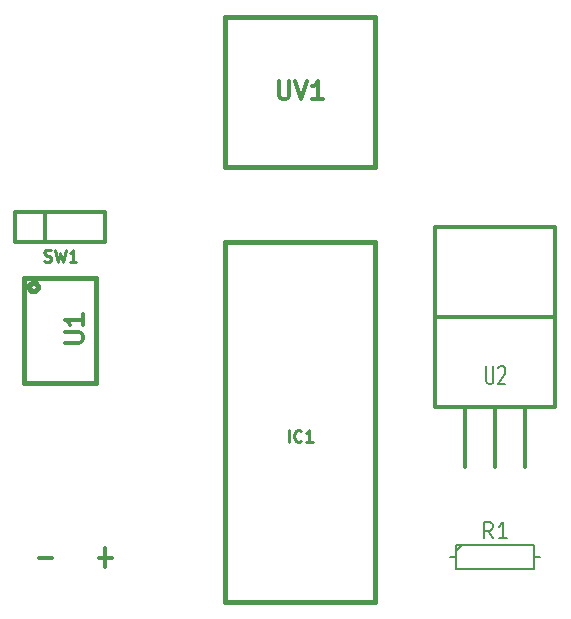
<source format=gto>
G04 (created by PCBNEW-RS274X (2012-apr-16-27)-stable) date Tue 24 Jun 2014 04:12:54 AM EDT*
G01*
G70*
G90*
%MOIN*%
G04 Gerber Fmt 3.4, Leading zero omitted, Abs format*
%FSLAX34Y34*%
G04 APERTURE LIST*
%ADD10C,0.006000*%
%ADD11C,0.015000*%
%ADD12C,0.012000*%
%ADD13C,0.008000*%
%ADD14C,0.009900*%
%ADD15C,0.010000*%
G04 APERTURE END LIST*
G54D10*
G54D11*
X57000Y-48000D02*
X57000Y-36000D01*
X62000Y-48000D02*
X57000Y-48000D01*
X62000Y-36000D02*
X62000Y-48000D01*
X57000Y-36000D02*
X62000Y-36000D01*
G54D12*
X50772Y-46519D02*
X51229Y-46519D01*
X52772Y-46519D02*
X53229Y-46519D01*
X53000Y-46824D02*
X53000Y-46214D01*
G54D11*
X50741Y-37500D02*
X50738Y-37527D01*
X50730Y-37553D01*
X50717Y-37578D01*
X50700Y-37599D01*
X50678Y-37616D01*
X50654Y-37629D01*
X50628Y-37638D01*
X50600Y-37640D01*
X50574Y-37638D01*
X50548Y-37630D01*
X50523Y-37617D01*
X50502Y-37600D01*
X50484Y-37579D01*
X50471Y-37555D01*
X50463Y-37529D01*
X50460Y-37501D01*
X50462Y-37475D01*
X50469Y-37449D01*
X50482Y-37424D01*
X50499Y-37403D01*
X50520Y-37385D01*
X50544Y-37371D01*
X50570Y-37363D01*
X50598Y-37360D01*
X50624Y-37362D01*
X50650Y-37369D01*
X50675Y-37381D01*
X50697Y-37398D01*
X50715Y-37419D01*
X50728Y-37443D01*
X50737Y-37469D01*
X50740Y-37497D01*
X50741Y-37500D01*
X52700Y-40700D02*
X50300Y-40700D01*
X50300Y-40700D02*
X50300Y-37200D01*
X50300Y-37200D02*
X52700Y-37200D01*
X52700Y-37200D02*
X52700Y-40700D01*
G54D12*
X65000Y-43500D02*
X65000Y-41500D01*
X66000Y-43500D02*
X66000Y-41500D01*
X67000Y-43500D02*
X67000Y-41500D01*
X64500Y-41500D02*
X68000Y-41500D01*
X68000Y-41500D02*
X68000Y-35500D01*
X68000Y-35500D02*
X64000Y-35500D01*
X64500Y-41500D02*
X64000Y-41500D01*
X67500Y-38500D02*
X64000Y-38500D01*
X67500Y-38500D02*
X68000Y-38500D01*
X64000Y-41500D02*
X64000Y-35500D01*
G54D13*
X64500Y-46500D02*
X64700Y-46500D01*
X67500Y-46500D02*
X67300Y-46500D01*
X67300Y-46500D02*
X67300Y-46100D01*
X67300Y-46100D02*
X64700Y-46100D01*
X64700Y-46100D02*
X64700Y-46900D01*
X64700Y-46900D02*
X67300Y-46900D01*
X67300Y-46900D02*
X67300Y-46500D01*
X64700Y-46300D02*
X64900Y-46100D01*
G54D12*
X50000Y-36000D02*
X50000Y-35000D01*
X50000Y-35000D02*
X53000Y-35000D01*
X53000Y-35000D02*
X53000Y-36000D01*
X53000Y-36000D02*
X50000Y-36000D01*
X51000Y-35000D02*
X51000Y-36000D01*
G54D11*
X57000Y-33500D02*
X62000Y-33500D01*
X62000Y-33500D02*
X62000Y-28500D01*
X62000Y-28500D02*
X57000Y-28500D01*
X57000Y-28500D02*
X57000Y-33500D01*
G54D12*
X51643Y-39357D02*
X52129Y-39357D01*
X52186Y-39329D01*
X52214Y-39300D01*
X52243Y-39243D01*
X52243Y-39129D01*
X52214Y-39071D01*
X52186Y-39043D01*
X52129Y-39014D01*
X51643Y-39014D01*
X52243Y-38414D02*
X52243Y-38757D01*
X52243Y-38585D02*
X51643Y-38585D01*
X51729Y-38642D01*
X51786Y-38700D01*
X51814Y-38757D01*
G54D13*
X65695Y-40143D02*
X65695Y-40629D01*
X65714Y-40686D01*
X65733Y-40714D01*
X65771Y-40743D01*
X65848Y-40743D01*
X65886Y-40714D01*
X65905Y-40686D01*
X65924Y-40629D01*
X65924Y-40143D01*
X66095Y-40200D02*
X66114Y-40171D01*
X66152Y-40143D01*
X66248Y-40143D01*
X66286Y-40171D01*
X66305Y-40200D01*
X66324Y-40257D01*
X66324Y-40314D01*
X66305Y-40400D01*
X66076Y-40743D01*
X66324Y-40743D01*
G54D14*
X59116Y-42659D02*
X59116Y-42265D01*
X59529Y-42622D02*
X59510Y-42641D01*
X59454Y-42659D01*
X59416Y-42659D01*
X59360Y-42641D01*
X59323Y-42603D01*
X59304Y-42566D01*
X59285Y-42491D01*
X59285Y-42434D01*
X59304Y-42359D01*
X59323Y-42322D01*
X59360Y-42284D01*
X59416Y-42265D01*
X59454Y-42265D01*
X59510Y-42284D01*
X59529Y-42303D01*
X59904Y-42659D02*
X59679Y-42659D01*
X59792Y-42659D02*
X59792Y-42265D01*
X59754Y-42322D01*
X59717Y-42359D01*
X59679Y-42378D01*
G54D13*
X65917Y-45881D02*
X65750Y-45619D01*
X65631Y-45881D02*
X65631Y-45331D01*
X65822Y-45331D01*
X65869Y-45357D01*
X65893Y-45383D01*
X65917Y-45435D01*
X65917Y-45514D01*
X65893Y-45566D01*
X65869Y-45593D01*
X65822Y-45619D01*
X65631Y-45619D01*
X66393Y-45881D02*
X66107Y-45881D01*
X66250Y-45881D02*
X66250Y-45331D01*
X66202Y-45409D01*
X66155Y-45462D01*
X66107Y-45488D01*
G54D15*
X50967Y-36643D02*
X51024Y-36662D01*
X51120Y-36662D01*
X51158Y-36643D01*
X51177Y-36624D01*
X51196Y-36586D01*
X51196Y-36548D01*
X51177Y-36510D01*
X51158Y-36490D01*
X51120Y-36471D01*
X51043Y-36452D01*
X51005Y-36433D01*
X50986Y-36414D01*
X50967Y-36376D01*
X50967Y-36338D01*
X50986Y-36300D01*
X51005Y-36281D01*
X51043Y-36262D01*
X51139Y-36262D01*
X51196Y-36281D01*
X51329Y-36262D02*
X51424Y-36662D01*
X51501Y-36376D01*
X51577Y-36662D01*
X51672Y-36262D01*
X52034Y-36662D02*
X51805Y-36662D01*
X51919Y-36662D02*
X51919Y-36262D01*
X51881Y-36319D01*
X51843Y-36357D01*
X51805Y-36376D01*
G54D12*
X58786Y-30643D02*
X58786Y-31129D01*
X58814Y-31186D01*
X58843Y-31214D01*
X58900Y-31243D01*
X59014Y-31243D01*
X59072Y-31214D01*
X59100Y-31186D01*
X59129Y-31129D01*
X59129Y-30643D01*
X59329Y-30643D02*
X59529Y-31243D01*
X59729Y-30643D01*
X60243Y-31243D02*
X59900Y-31243D01*
X60072Y-31243D02*
X60072Y-30643D01*
X60015Y-30729D01*
X59957Y-30786D01*
X59900Y-30814D01*
M02*

</source>
